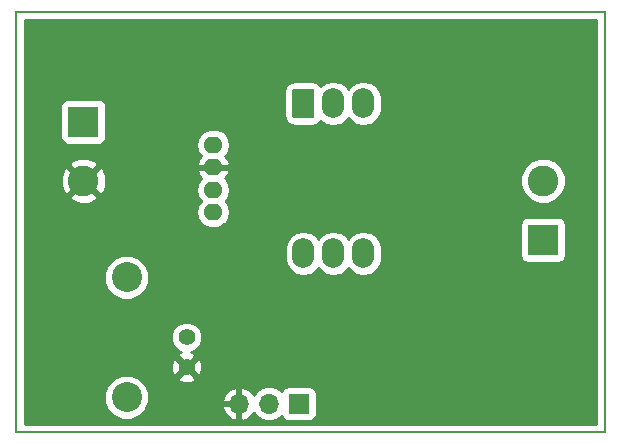
<source format=gbr>
G04 #@! TF.GenerationSoftware,KiCad,Pcbnew,(5.0.2)-1*
G04 #@! TF.CreationDate,2019-03-26T15:17:44-05:00*
G04 #@! TF.ProjectId,currentsense,63757272-656e-4747-9365-6e73652e6b69,rev?*
G04 #@! TF.SameCoordinates,Original*
G04 #@! TF.FileFunction,Copper,L2,Bot*
G04 #@! TF.FilePolarity,Positive*
%FSLAX46Y46*%
G04 Gerber Fmt 4.6, Leading zero omitted, Abs format (unit mm)*
G04 Created by KiCad (PCBNEW (5.0.2)-1) date 3/26/2019 3:17:44 PM*
%MOMM*%
%LPD*%
G01*
G04 APERTURE LIST*
G04 #@! TA.AperFunction,NonConductor*
%ADD10C,0.200000*%
G04 #@! TD*
G04 #@! TA.AperFunction,ComponentPad*
%ADD11C,2.540000*%
G04 #@! TD*
G04 #@! TA.AperFunction,ComponentPad*
%ADD12C,1.397000*%
G04 #@! TD*
G04 #@! TA.AperFunction,ComponentPad*
%ADD13C,2.600000*%
G04 #@! TD*
G04 #@! TA.AperFunction,ComponentPad*
%ADD14R,2.600000X2.600000*%
G04 #@! TD*
G04 #@! TA.AperFunction,ComponentPad*
%ADD15O,1.900000X2.500000*%
G04 #@! TD*
G04 #@! TA.AperFunction,Conductor*
%ADD16C,0.100000*%
G04 #@! TD*
G04 #@! TA.AperFunction,ComponentPad*
%ADD17C,1.900000*%
G04 #@! TD*
G04 #@! TA.AperFunction,ComponentPad*
%ADD18O,1.600000X1.400000*%
G04 #@! TD*
G04 #@! TA.AperFunction,ComponentPad*
%ADD19R,1.700000X1.700000*%
G04 #@! TD*
G04 #@! TA.AperFunction,ComponentPad*
%ADD20O,1.700000X1.700000*%
G04 #@! TD*
G04 #@! TA.AperFunction,Conductor*
%ADD21C,0.500000*%
G04 #@! TD*
G04 #@! TA.AperFunction,Conductor*
%ADD22C,0.254000*%
G04 #@! TD*
G04 APERTURE END LIST*
D10*
X158470600Y-57480200D02*
X108597700Y-57480200D01*
X158483300Y-93091000D02*
X158483300Y-57467500D01*
X108597700Y-93091000D02*
X158483300Y-93091000D01*
X108597700Y-57467500D02*
X108597700Y-93091000D01*
D11*
G04 #@! TO.P,J2,4*
G04 #@! TO.N,N/C*
X117957600Y-79971900D03*
G04 #@! TO.P,J2,3*
X117957600Y-90131900D03*
D12*
G04 #@! TO.P,J2,2*
G04 #@! TO.N,GND*
X123037600Y-87591900D03*
G04 #@! TO.P,J2,1*
G04 #@! TO.N,/SCOPE*
X123037600Y-85051900D03*
G04 #@! TD*
D13*
G04 #@! TO.P,J4,2*
G04 #@! TO.N,GND*
X114312700Y-71802000D03*
D14*
G04 #@! TO.P,J4,1*
G04 #@! TO.N,/5V*
X114312700Y-66802000D03*
G04 #@! TD*
D15*
G04 #@! TO.P,U1,5*
G04 #@! TO.N,Net-(R4-Pad2)*
X135458200Y-77952600D03*
G04 #@! TO.P,U1,6*
G04 #@! TO.N,Net-(R5-Pad2)*
X132918200Y-77952600D03*
G04 #@! TO.P,U1,4*
G04 #@! TO.N,/ISENSO*
X137998200Y-77952600D03*
G04 #@! TO.P,U1,3*
G04 #@! TO.N,Net-(R6-Pad1)*
X137998200Y-65252600D03*
D16*
G04 #@! TD*
G04 #@! TO.N,/ISENSEI*
G04 #@! TO.C,U1*
G36*
X133653979Y-64003744D02*
X133677034Y-64007163D01*
X133699643Y-64012827D01*
X133721587Y-64020679D01*
X133742657Y-64030644D01*
X133762648Y-64042626D01*
X133781368Y-64056510D01*
X133798638Y-64072162D01*
X133814290Y-64089432D01*
X133828174Y-64108152D01*
X133840156Y-64128143D01*
X133850121Y-64149213D01*
X133857973Y-64171157D01*
X133863637Y-64193766D01*
X133867056Y-64216821D01*
X133868200Y-64240100D01*
X133868200Y-66265100D01*
X133867056Y-66288379D01*
X133863637Y-66311434D01*
X133857973Y-66334043D01*
X133850121Y-66355987D01*
X133840156Y-66377057D01*
X133828174Y-66397048D01*
X133814290Y-66415768D01*
X133798638Y-66433038D01*
X133781368Y-66448690D01*
X133762648Y-66462574D01*
X133742657Y-66474556D01*
X133721587Y-66484521D01*
X133699643Y-66492373D01*
X133677034Y-66498037D01*
X133653979Y-66501456D01*
X133630700Y-66502600D01*
X132205700Y-66502600D01*
X132182421Y-66501456D01*
X132159366Y-66498037D01*
X132136757Y-66492373D01*
X132114813Y-66484521D01*
X132093743Y-66474556D01*
X132073752Y-66462574D01*
X132055032Y-66448690D01*
X132037762Y-66433038D01*
X132022110Y-66415768D01*
X132008226Y-66397048D01*
X131996244Y-66377057D01*
X131986279Y-66355987D01*
X131978427Y-66334043D01*
X131972763Y-66311434D01*
X131969344Y-66288379D01*
X131968200Y-66265100D01*
X131968200Y-64240100D01*
X131969344Y-64216821D01*
X131972763Y-64193766D01*
X131978427Y-64171157D01*
X131986279Y-64149213D01*
X131996244Y-64128143D01*
X132008226Y-64108152D01*
X132022110Y-64089432D01*
X132037762Y-64072162D01*
X132055032Y-64056510D01*
X132073752Y-64042626D01*
X132093743Y-64030644D01*
X132114813Y-64020679D01*
X132136757Y-64012827D01*
X132159366Y-64007163D01*
X132182421Y-64003744D01*
X132205700Y-64002600D01*
X133630700Y-64002600D01*
X133653979Y-64003744D01*
X133653979Y-64003744D01*
G37*
D17*
G04 #@! TO.P,U1,1*
G04 #@! TO.N,/ISENSEI*
X132918200Y-65252600D03*
D15*
G04 #@! TO.P,U1,2*
G04 #@! TO.N,Net-(R3-Pad1)*
X135458200Y-65252600D03*
D18*
G04 #@! TO.P,U1,8*
G04 #@! TO.N,/SCOPE*
X125298200Y-72555100D03*
G04 #@! TO.P,U1,9*
G04 #@! TO.N,GND*
X125298200Y-70650100D03*
G04 #@! TO.P,U1,10*
G04 #@! TO.N,/5V*
X125298200Y-68745100D03*
G04 #@! TO.P,U1,7*
G04 #@! TO.N,/REF*
X125298200Y-74460100D03*
G04 #@! TD*
D14*
G04 #@! TO.P,J3,1*
G04 #@! TO.N,/ISENSO*
X153225500Y-76796900D03*
D13*
G04 #@! TO.P,J3,2*
G04 #@! TO.N,/ISENSEI*
X153225500Y-71796900D03*
G04 #@! TD*
D19*
G04 #@! TO.P,J1,1*
G04 #@! TO.N,/REF*
X132549900Y-90678000D03*
D20*
G04 #@! TO.P,J1,2*
G04 #@! TO.N,/SCOPE*
X130009900Y-90678000D03*
G04 #@! TO.P,J1,3*
G04 #@! TO.N,GND*
X127469900Y-90678000D03*
G04 #@! TD*
D21*
G04 #@! TO.N,/SCOPE*
X125198200Y-72555100D02*
X125298200Y-72555100D01*
G04 #@! TD*
D22*
G04 #@! TO.N,GND*
G36*
X157748300Y-92356000D02*
X109332700Y-92356000D01*
X109332700Y-89752972D01*
X116052600Y-89752972D01*
X116052600Y-90510828D01*
X116342619Y-91210996D01*
X116878504Y-91746881D01*
X117578672Y-92036900D01*
X118336528Y-92036900D01*
X119036696Y-91746881D01*
X119572581Y-91210996D01*
X119645525Y-91034892D01*
X126028414Y-91034892D01*
X126274717Y-91559358D01*
X126702976Y-91949645D01*
X127113010Y-92119476D01*
X127342900Y-91998155D01*
X127342900Y-90805000D01*
X126149081Y-90805000D01*
X126028414Y-91034892D01*
X119645525Y-91034892D01*
X119862600Y-90510828D01*
X119862600Y-90321108D01*
X126028414Y-90321108D01*
X126149081Y-90551000D01*
X127342900Y-90551000D01*
X127342900Y-89357845D01*
X127596900Y-89357845D01*
X127596900Y-90551000D01*
X127616900Y-90551000D01*
X127616900Y-90805000D01*
X127596900Y-90805000D01*
X127596900Y-91998155D01*
X127826790Y-92119476D01*
X128236824Y-91949645D01*
X128665083Y-91559358D01*
X128726057Y-91429522D01*
X128939275Y-91748625D01*
X129430482Y-92076839D01*
X129863644Y-92163000D01*
X130156156Y-92163000D01*
X130589318Y-92076839D01*
X131080525Y-91748625D01*
X131092716Y-91730381D01*
X131101743Y-91775765D01*
X131242091Y-91985809D01*
X131452135Y-92126157D01*
X131699900Y-92175440D01*
X133399900Y-92175440D01*
X133647665Y-92126157D01*
X133857709Y-91985809D01*
X133998057Y-91775765D01*
X134047340Y-91528000D01*
X134047340Y-89828000D01*
X133998057Y-89580235D01*
X133857709Y-89370191D01*
X133647665Y-89229843D01*
X133399900Y-89180560D01*
X131699900Y-89180560D01*
X131452135Y-89229843D01*
X131242091Y-89370191D01*
X131101743Y-89580235D01*
X131092716Y-89625619D01*
X131080525Y-89607375D01*
X130589318Y-89279161D01*
X130156156Y-89193000D01*
X129863644Y-89193000D01*
X129430482Y-89279161D01*
X128939275Y-89607375D01*
X128726057Y-89926478D01*
X128665083Y-89796642D01*
X128236824Y-89406355D01*
X127826790Y-89236524D01*
X127596900Y-89357845D01*
X127342900Y-89357845D01*
X127113010Y-89236524D01*
X126702976Y-89406355D01*
X126274717Y-89796642D01*
X126028414Y-90321108D01*
X119862600Y-90321108D01*
X119862600Y-89752972D01*
X119572581Y-89052804D01*
X119045865Y-88526088D01*
X122283017Y-88526088D01*
X122344671Y-88761700D01*
X122845080Y-88937827D01*
X123374799Y-88909048D01*
X123730529Y-88761700D01*
X123792183Y-88526088D01*
X123037600Y-87771505D01*
X122283017Y-88526088D01*
X119045865Y-88526088D01*
X119036696Y-88516919D01*
X118336528Y-88226900D01*
X117578672Y-88226900D01*
X116878504Y-88516919D01*
X116342619Y-89052804D01*
X116052600Y-89752972D01*
X109332700Y-89752972D01*
X109332700Y-87399380D01*
X121691673Y-87399380D01*
X121720452Y-87929099D01*
X121867800Y-88284829D01*
X122103412Y-88346483D01*
X122857995Y-87591900D01*
X123217205Y-87591900D01*
X123971788Y-88346483D01*
X124207400Y-88284829D01*
X124383527Y-87784420D01*
X124354748Y-87254701D01*
X124207400Y-86898971D01*
X123971788Y-86837317D01*
X123217205Y-87591900D01*
X122857995Y-87591900D01*
X122103412Y-86837317D01*
X121867800Y-86898971D01*
X121691673Y-87399380D01*
X109332700Y-87399380D01*
X109332700Y-84786650D01*
X121704100Y-84786650D01*
X121704100Y-85317150D01*
X121907113Y-85807267D01*
X122282233Y-86182387D01*
X122602811Y-86315175D01*
X122344671Y-86422100D01*
X122283017Y-86657712D01*
X123037600Y-87412295D01*
X123792183Y-86657712D01*
X123730529Y-86422100D01*
X123451416Y-86323862D01*
X123792967Y-86182387D01*
X124168087Y-85807267D01*
X124371100Y-85317150D01*
X124371100Y-84786650D01*
X124168087Y-84296533D01*
X123792967Y-83921413D01*
X123302850Y-83718400D01*
X122772350Y-83718400D01*
X122282233Y-83921413D01*
X121907113Y-84296533D01*
X121704100Y-84786650D01*
X109332700Y-84786650D01*
X109332700Y-79592972D01*
X116052600Y-79592972D01*
X116052600Y-80350828D01*
X116342619Y-81050996D01*
X116878504Y-81586881D01*
X117578672Y-81876900D01*
X118336528Y-81876900D01*
X119036696Y-81586881D01*
X119572581Y-81050996D01*
X119862600Y-80350828D01*
X119862600Y-79592972D01*
X119572581Y-78892804D01*
X119036696Y-78356919D01*
X118336528Y-78066900D01*
X117578672Y-78066900D01*
X116878504Y-78356919D01*
X116342619Y-78892804D01*
X116052600Y-79592972D01*
X109332700Y-79592972D01*
X109332700Y-77496498D01*
X131333200Y-77496498D01*
X131333200Y-78408703D01*
X131425164Y-78871036D01*
X131775479Y-79395321D01*
X132299765Y-79745636D01*
X132918200Y-79868651D01*
X133536636Y-79745636D01*
X134060921Y-79395321D01*
X134188200Y-79204834D01*
X134315479Y-79395321D01*
X134839765Y-79745636D01*
X135458200Y-79868651D01*
X136076636Y-79745636D01*
X136600921Y-79395321D01*
X136728200Y-79204834D01*
X136855479Y-79395321D01*
X137379765Y-79745636D01*
X137998200Y-79868651D01*
X138616636Y-79745636D01*
X139140921Y-79395321D01*
X139491236Y-78871036D01*
X139583200Y-78408702D01*
X139583200Y-77496497D01*
X139491236Y-77034164D01*
X139140921Y-76509879D01*
X138616635Y-76159564D01*
X137998200Y-76036549D01*
X137379764Y-76159564D01*
X136855479Y-76509879D01*
X136728200Y-76700366D01*
X136600921Y-76509879D01*
X136076635Y-76159564D01*
X135458200Y-76036549D01*
X134839764Y-76159564D01*
X134315479Y-76509879D01*
X134188200Y-76700366D01*
X134060921Y-76509879D01*
X133536635Y-76159564D01*
X132918200Y-76036549D01*
X132299764Y-76159564D01*
X131775479Y-76509879D01*
X131425164Y-77034165D01*
X131333200Y-77496498D01*
X109332700Y-77496498D01*
X109332700Y-73171459D01*
X113122846Y-73171459D01*
X113258204Y-73469455D01*
X113976580Y-73746066D01*
X114746127Y-73726710D01*
X115367196Y-73469455D01*
X115502554Y-73171459D01*
X114312700Y-71981605D01*
X113122846Y-73171459D01*
X109332700Y-73171459D01*
X109332700Y-71465880D01*
X112368634Y-71465880D01*
X112387990Y-72235427D01*
X112645245Y-72856496D01*
X112943241Y-72991854D01*
X114133095Y-71802000D01*
X114492305Y-71802000D01*
X115682159Y-72991854D01*
X115980155Y-72856496D01*
X116096207Y-72555100D01*
X123837046Y-72555100D01*
X123940658Y-73075991D01*
X124229050Y-73507600D01*
X123940658Y-73939209D01*
X123837046Y-74460100D01*
X123940658Y-74980991D01*
X124235719Y-75422581D01*
X124677309Y-75717642D01*
X125066715Y-75795100D01*
X125529685Y-75795100D01*
X125919091Y-75717642D01*
X126249454Y-75496900D01*
X151278060Y-75496900D01*
X151278060Y-78096900D01*
X151327343Y-78344665D01*
X151467691Y-78554709D01*
X151677735Y-78695057D01*
X151925500Y-78744340D01*
X154525500Y-78744340D01*
X154773265Y-78695057D01*
X154983309Y-78554709D01*
X155123657Y-78344665D01*
X155172940Y-78096900D01*
X155172940Y-75496900D01*
X155123657Y-75249135D01*
X154983309Y-75039091D01*
X154773265Y-74898743D01*
X154525500Y-74849460D01*
X151925500Y-74849460D01*
X151677735Y-74898743D01*
X151467691Y-75039091D01*
X151327343Y-75249135D01*
X151278060Y-75496900D01*
X126249454Y-75496900D01*
X126360681Y-75422581D01*
X126655742Y-74980991D01*
X126759354Y-74460100D01*
X126655742Y-73939209D01*
X126367350Y-73507600D01*
X126655742Y-73075991D01*
X126759354Y-72555100D01*
X126655742Y-72034209D01*
X126360681Y-71592619D01*
X126328195Y-71570912D01*
X126493070Y-71412195D01*
X126493157Y-71412005D01*
X151290500Y-71412005D01*
X151290500Y-72181795D01*
X151585086Y-72892990D01*
X152129410Y-73437314D01*
X152840605Y-73731900D01*
X153610395Y-73731900D01*
X154321590Y-73437314D01*
X154865914Y-72892990D01*
X155160500Y-72181795D01*
X155160500Y-71412005D01*
X154865914Y-70700810D01*
X154321590Y-70156486D01*
X153610395Y-69861900D01*
X152840605Y-69861900D01*
X152129410Y-70156486D01*
X151585086Y-70700810D01*
X151290500Y-71412005D01*
X126493157Y-71412005D01*
X126690916Y-70983429D01*
X126567574Y-70777100D01*
X125425200Y-70777100D01*
X125425200Y-70797100D01*
X125171200Y-70797100D01*
X125171200Y-70777100D01*
X124028826Y-70777100D01*
X123905484Y-70983429D01*
X124103330Y-71412195D01*
X124268205Y-71570912D01*
X124235719Y-71592619D01*
X123940658Y-72034209D01*
X123837046Y-72555100D01*
X116096207Y-72555100D01*
X116256766Y-72138120D01*
X116237410Y-71368573D01*
X115980155Y-70747504D01*
X115682159Y-70612146D01*
X114492305Y-71802000D01*
X114133095Y-71802000D01*
X112943241Y-70612146D01*
X112645245Y-70747504D01*
X112368634Y-71465880D01*
X109332700Y-71465880D01*
X109332700Y-70432541D01*
X113122846Y-70432541D01*
X114312700Y-71622395D01*
X115502554Y-70432541D01*
X115367196Y-70134545D01*
X114648820Y-69857934D01*
X113879273Y-69877290D01*
X113258204Y-70134545D01*
X113122846Y-70432541D01*
X109332700Y-70432541D01*
X109332700Y-65502000D01*
X112365260Y-65502000D01*
X112365260Y-68102000D01*
X112414543Y-68349765D01*
X112554891Y-68559809D01*
X112764935Y-68700157D01*
X113012700Y-68749440D01*
X115612700Y-68749440D01*
X115634518Y-68745100D01*
X123837046Y-68745100D01*
X123940658Y-69265991D01*
X124235719Y-69707581D01*
X124268205Y-69729288D01*
X124103330Y-69888005D01*
X123905484Y-70316771D01*
X124028826Y-70523100D01*
X125171200Y-70523100D01*
X125171200Y-70503100D01*
X125425200Y-70503100D01*
X125425200Y-70523100D01*
X126567574Y-70523100D01*
X126690916Y-70316771D01*
X126493070Y-69888005D01*
X126328195Y-69729288D01*
X126360681Y-69707581D01*
X126655742Y-69265991D01*
X126759354Y-68745100D01*
X126655742Y-68224209D01*
X126360681Y-67782619D01*
X125919091Y-67487558D01*
X125529685Y-67410100D01*
X125066715Y-67410100D01*
X124677309Y-67487558D01*
X124235719Y-67782619D01*
X123940658Y-68224209D01*
X123837046Y-68745100D01*
X115634518Y-68745100D01*
X115860465Y-68700157D01*
X116070509Y-68559809D01*
X116210857Y-68349765D01*
X116260140Y-68102000D01*
X116260140Y-65502000D01*
X116210857Y-65254235D01*
X116070509Y-65044191D01*
X115860465Y-64903843D01*
X115612700Y-64854560D01*
X113012700Y-64854560D01*
X112764935Y-64903843D01*
X112554891Y-65044191D01*
X112414543Y-65254235D01*
X112365260Y-65502000D01*
X109332700Y-65502000D01*
X109332700Y-64240100D01*
X131320760Y-64240100D01*
X131320760Y-66265100D01*
X131388122Y-66603752D01*
X131579953Y-66890847D01*
X131867048Y-67082678D01*
X132205700Y-67150040D01*
X133630700Y-67150040D01*
X133969352Y-67082678D01*
X134256447Y-66890847D01*
X134364989Y-66728402D01*
X134839765Y-67045636D01*
X135458200Y-67168651D01*
X136076636Y-67045636D01*
X136600921Y-66695321D01*
X136728200Y-66504834D01*
X136855479Y-66695321D01*
X137379765Y-67045636D01*
X137998200Y-67168651D01*
X138616636Y-67045636D01*
X139140921Y-66695321D01*
X139491236Y-66171036D01*
X139583200Y-65708702D01*
X139583200Y-64796497D01*
X139491236Y-64334164D01*
X139140921Y-63809879D01*
X138616635Y-63459564D01*
X137998200Y-63336549D01*
X137379764Y-63459564D01*
X136855479Y-63809879D01*
X136728200Y-64000366D01*
X136600921Y-63809879D01*
X136076635Y-63459564D01*
X135458200Y-63336549D01*
X134839764Y-63459564D01*
X134364989Y-63776798D01*
X134256447Y-63614353D01*
X133969352Y-63422522D01*
X133630700Y-63355160D01*
X132205700Y-63355160D01*
X131867048Y-63422522D01*
X131579953Y-63614353D01*
X131388122Y-63901448D01*
X131320760Y-64240100D01*
X109332700Y-64240100D01*
X109332700Y-58215200D01*
X157748301Y-58215200D01*
X157748300Y-92356000D01*
X157748300Y-92356000D01*
G37*
X157748300Y-92356000D02*
X109332700Y-92356000D01*
X109332700Y-89752972D01*
X116052600Y-89752972D01*
X116052600Y-90510828D01*
X116342619Y-91210996D01*
X116878504Y-91746881D01*
X117578672Y-92036900D01*
X118336528Y-92036900D01*
X119036696Y-91746881D01*
X119572581Y-91210996D01*
X119645525Y-91034892D01*
X126028414Y-91034892D01*
X126274717Y-91559358D01*
X126702976Y-91949645D01*
X127113010Y-92119476D01*
X127342900Y-91998155D01*
X127342900Y-90805000D01*
X126149081Y-90805000D01*
X126028414Y-91034892D01*
X119645525Y-91034892D01*
X119862600Y-90510828D01*
X119862600Y-90321108D01*
X126028414Y-90321108D01*
X126149081Y-90551000D01*
X127342900Y-90551000D01*
X127342900Y-89357845D01*
X127596900Y-89357845D01*
X127596900Y-90551000D01*
X127616900Y-90551000D01*
X127616900Y-90805000D01*
X127596900Y-90805000D01*
X127596900Y-91998155D01*
X127826790Y-92119476D01*
X128236824Y-91949645D01*
X128665083Y-91559358D01*
X128726057Y-91429522D01*
X128939275Y-91748625D01*
X129430482Y-92076839D01*
X129863644Y-92163000D01*
X130156156Y-92163000D01*
X130589318Y-92076839D01*
X131080525Y-91748625D01*
X131092716Y-91730381D01*
X131101743Y-91775765D01*
X131242091Y-91985809D01*
X131452135Y-92126157D01*
X131699900Y-92175440D01*
X133399900Y-92175440D01*
X133647665Y-92126157D01*
X133857709Y-91985809D01*
X133998057Y-91775765D01*
X134047340Y-91528000D01*
X134047340Y-89828000D01*
X133998057Y-89580235D01*
X133857709Y-89370191D01*
X133647665Y-89229843D01*
X133399900Y-89180560D01*
X131699900Y-89180560D01*
X131452135Y-89229843D01*
X131242091Y-89370191D01*
X131101743Y-89580235D01*
X131092716Y-89625619D01*
X131080525Y-89607375D01*
X130589318Y-89279161D01*
X130156156Y-89193000D01*
X129863644Y-89193000D01*
X129430482Y-89279161D01*
X128939275Y-89607375D01*
X128726057Y-89926478D01*
X128665083Y-89796642D01*
X128236824Y-89406355D01*
X127826790Y-89236524D01*
X127596900Y-89357845D01*
X127342900Y-89357845D01*
X127113010Y-89236524D01*
X126702976Y-89406355D01*
X126274717Y-89796642D01*
X126028414Y-90321108D01*
X119862600Y-90321108D01*
X119862600Y-89752972D01*
X119572581Y-89052804D01*
X119045865Y-88526088D01*
X122283017Y-88526088D01*
X122344671Y-88761700D01*
X122845080Y-88937827D01*
X123374799Y-88909048D01*
X123730529Y-88761700D01*
X123792183Y-88526088D01*
X123037600Y-87771505D01*
X122283017Y-88526088D01*
X119045865Y-88526088D01*
X119036696Y-88516919D01*
X118336528Y-88226900D01*
X117578672Y-88226900D01*
X116878504Y-88516919D01*
X116342619Y-89052804D01*
X116052600Y-89752972D01*
X109332700Y-89752972D01*
X109332700Y-87399380D01*
X121691673Y-87399380D01*
X121720452Y-87929099D01*
X121867800Y-88284829D01*
X122103412Y-88346483D01*
X122857995Y-87591900D01*
X123217205Y-87591900D01*
X123971788Y-88346483D01*
X124207400Y-88284829D01*
X124383527Y-87784420D01*
X124354748Y-87254701D01*
X124207400Y-86898971D01*
X123971788Y-86837317D01*
X123217205Y-87591900D01*
X122857995Y-87591900D01*
X122103412Y-86837317D01*
X121867800Y-86898971D01*
X121691673Y-87399380D01*
X109332700Y-87399380D01*
X109332700Y-84786650D01*
X121704100Y-84786650D01*
X121704100Y-85317150D01*
X121907113Y-85807267D01*
X122282233Y-86182387D01*
X122602811Y-86315175D01*
X122344671Y-86422100D01*
X122283017Y-86657712D01*
X123037600Y-87412295D01*
X123792183Y-86657712D01*
X123730529Y-86422100D01*
X123451416Y-86323862D01*
X123792967Y-86182387D01*
X124168087Y-85807267D01*
X124371100Y-85317150D01*
X124371100Y-84786650D01*
X124168087Y-84296533D01*
X123792967Y-83921413D01*
X123302850Y-83718400D01*
X122772350Y-83718400D01*
X122282233Y-83921413D01*
X121907113Y-84296533D01*
X121704100Y-84786650D01*
X109332700Y-84786650D01*
X109332700Y-79592972D01*
X116052600Y-79592972D01*
X116052600Y-80350828D01*
X116342619Y-81050996D01*
X116878504Y-81586881D01*
X117578672Y-81876900D01*
X118336528Y-81876900D01*
X119036696Y-81586881D01*
X119572581Y-81050996D01*
X119862600Y-80350828D01*
X119862600Y-79592972D01*
X119572581Y-78892804D01*
X119036696Y-78356919D01*
X118336528Y-78066900D01*
X117578672Y-78066900D01*
X116878504Y-78356919D01*
X116342619Y-78892804D01*
X116052600Y-79592972D01*
X109332700Y-79592972D01*
X109332700Y-77496498D01*
X131333200Y-77496498D01*
X131333200Y-78408703D01*
X131425164Y-78871036D01*
X131775479Y-79395321D01*
X132299765Y-79745636D01*
X132918200Y-79868651D01*
X133536636Y-79745636D01*
X134060921Y-79395321D01*
X134188200Y-79204834D01*
X134315479Y-79395321D01*
X134839765Y-79745636D01*
X135458200Y-79868651D01*
X136076636Y-79745636D01*
X136600921Y-79395321D01*
X136728200Y-79204834D01*
X136855479Y-79395321D01*
X137379765Y-79745636D01*
X137998200Y-79868651D01*
X138616636Y-79745636D01*
X139140921Y-79395321D01*
X139491236Y-78871036D01*
X139583200Y-78408702D01*
X139583200Y-77496497D01*
X139491236Y-77034164D01*
X139140921Y-76509879D01*
X138616635Y-76159564D01*
X137998200Y-76036549D01*
X137379764Y-76159564D01*
X136855479Y-76509879D01*
X136728200Y-76700366D01*
X136600921Y-76509879D01*
X136076635Y-76159564D01*
X135458200Y-76036549D01*
X134839764Y-76159564D01*
X134315479Y-76509879D01*
X134188200Y-76700366D01*
X134060921Y-76509879D01*
X133536635Y-76159564D01*
X132918200Y-76036549D01*
X132299764Y-76159564D01*
X131775479Y-76509879D01*
X131425164Y-77034165D01*
X131333200Y-77496498D01*
X109332700Y-77496498D01*
X109332700Y-73171459D01*
X113122846Y-73171459D01*
X113258204Y-73469455D01*
X113976580Y-73746066D01*
X114746127Y-73726710D01*
X115367196Y-73469455D01*
X115502554Y-73171459D01*
X114312700Y-71981605D01*
X113122846Y-73171459D01*
X109332700Y-73171459D01*
X109332700Y-71465880D01*
X112368634Y-71465880D01*
X112387990Y-72235427D01*
X112645245Y-72856496D01*
X112943241Y-72991854D01*
X114133095Y-71802000D01*
X114492305Y-71802000D01*
X115682159Y-72991854D01*
X115980155Y-72856496D01*
X116096207Y-72555100D01*
X123837046Y-72555100D01*
X123940658Y-73075991D01*
X124229050Y-73507600D01*
X123940658Y-73939209D01*
X123837046Y-74460100D01*
X123940658Y-74980991D01*
X124235719Y-75422581D01*
X124677309Y-75717642D01*
X125066715Y-75795100D01*
X125529685Y-75795100D01*
X125919091Y-75717642D01*
X126249454Y-75496900D01*
X151278060Y-75496900D01*
X151278060Y-78096900D01*
X151327343Y-78344665D01*
X151467691Y-78554709D01*
X151677735Y-78695057D01*
X151925500Y-78744340D01*
X154525500Y-78744340D01*
X154773265Y-78695057D01*
X154983309Y-78554709D01*
X155123657Y-78344665D01*
X155172940Y-78096900D01*
X155172940Y-75496900D01*
X155123657Y-75249135D01*
X154983309Y-75039091D01*
X154773265Y-74898743D01*
X154525500Y-74849460D01*
X151925500Y-74849460D01*
X151677735Y-74898743D01*
X151467691Y-75039091D01*
X151327343Y-75249135D01*
X151278060Y-75496900D01*
X126249454Y-75496900D01*
X126360681Y-75422581D01*
X126655742Y-74980991D01*
X126759354Y-74460100D01*
X126655742Y-73939209D01*
X126367350Y-73507600D01*
X126655742Y-73075991D01*
X126759354Y-72555100D01*
X126655742Y-72034209D01*
X126360681Y-71592619D01*
X126328195Y-71570912D01*
X126493070Y-71412195D01*
X126493157Y-71412005D01*
X151290500Y-71412005D01*
X151290500Y-72181795D01*
X151585086Y-72892990D01*
X152129410Y-73437314D01*
X152840605Y-73731900D01*
X153610395Y-73731900D01*
X154321590Y-73437314D01*
X154865914Y-72892990D01*
X155160500Y-72181795D01*
X155160500Y-71412005D01*
X154865914Y-70700810D01*
X154321590Y-70156486D01*
X153610395Y-69861900D01*
X152840605Y-69861900D01*
X152129410Y-70156486D01*
X151585086Y-70700810D01*
X151290500Y-71412005D01*
X126493157Y-71412005D01*
X126690916Y-70983429D01*
X126567574Y-70777100D01*
X125425200Y-70777100D01*
X125425200Y-70797100D01*
X125171200Y-70797100D01*
X125171200Y-70777100D01*
X124028826Y-70777100D01*
X123905484Y-70983429D01*
X124103330Y-71412195D01*
X124268205Y-71570912D01*
X124235719Y-71592619D01*
X123940658Y-72034209D01*
X123837046Y-72555100D01*
X116096207Y-72555100D01*
X116256766Y-72138120D01*
X116237410Y-71368573D01*
X115980155Y-70747504D01*
X115682159Y-70612146D01*
X114492305Y-71802000D01*
X114133095Y-71802000D01*
X112943241Y-70612146D01*
X112645245Y-70747504D01*
X112368634Y-71465880D01*
X109332700Y-71465880D01*
X109332700Y-70432541D01*
X113122846Y-70432541D01*
X114312700Y-71622395D01*
X115502554Y-70432541D01*
X115367196Y-70134545D01*
X114648820Y-69857934D01*
X113879273Y-69877290D01*
X113258204Y-70134545D01*
X113122846Y-70432541D01*
X109332700Y-70432541D01*
X109332700Y-65502000D01*
X112365260Y-65502000D01*
X112365260Y-68102000D01*
X112414543Y-68349765D01*
X112554891Y-68559809D01*
X112764935Y-68700157D01*
X113012700Y-68749440D01*
X115612700Y-68749440D01*
X115634518Y-68745100D01*
X123837046Y-68745100D01*
X123940658Y-69265991D01*
X124235719Y-69707581D01*
X124268205Y-69729288D01*
X124103330Y-69888005D01*
X123905484Y-70316771D01*
X124028826Y-70523100D01*
X125171200Y-70523100D01*
X125171200Y-70503100D01*
X125425200Y-70503100D01*
X125425200Y-70523100D01*
X126567574Y-70523100D01*
X126690916Y-70316771D01*
X126493070Y-69888005D01*
X126328195Y-69729288D01*
X126360681Y-69707581D01*
X126655742Y-69265991D01*
X126759354Y-68745100D01*
X126655742Y-68224209D01*
X126360681Y-67782619D01*
X125919091Y-67487558D01*
X125529685Y-67410100D01*
X125066715Y-67410100D01*
X124677309Y-67487558D01*
X124235719Y-67782619D01*
X123940658Y-68224209D01*
X123837046Y-68745100D01*
X115634518Y-68745100D01*
X115860465Y-68700157D01*
X116070509Y-68559809D01*
X116210857Y-68349765D01*
X116260140Y-68102000D01*
X116260140Y-65502000D01*
X116210857Y-65254235D01*
X116070509Y-65044191D01*
X115860465Y-64903843D01*
X115612700Y-64854560D01*
X113012700Y-64854560D01*
X112764935Y-64903843D01*
X112554891Y-65044191D01*
X112414543Y-65254235D01*
X112365260Y-65502000D01*
X109332700Y-65502000D01*
X109332700Y-64240100D01*
X131320760Y-64240100D01*
X131320760Y-66265100D01*
X131388122Y-66603752D01*
X131579953Y-66890847D01*
X131867048Y-67082678D01*
X132205700Y-67150040D01*
X133630700Y-67150040D01*
X133969352Y-67082678D01*
X134256447Y-66890847D01*
X134364989Y-66728402D01*
X134839765Y-67045636D01*
X135458200Y-67168651D01*
X136076636Y-67045636D01*
X136600921Y-66695321D01*
X136728200Y-66504834D01*
X136855479Y-66695321D01*
X137379765Y-67045636D01*
X137998200Y-67168651D01*
X138616636Y-67045636D01*
X139140921Y-66695321D01*
X139491236Y-66171036D01*
X139583200Y-65708702D01*
X139583200Y-64796497D01*
X139491236Y-64334164D01*
X139140921Y-63809879D01*
X138616635Y-63459564D01*
X137998200Y-63336549D01*
X137379764Y-63459564D01*
X136855479Y-63809879D01*
X136728200Y-64000366D01*
X136600921Y-63809879D01*
X136076635Y-63459564D01*
X135458200Y-63336549D01*
X134839764Y-63459564D01*
X134364989Y-63776798D01*
X134256447Y-63614353D01*
X133969352Y-63422522D01*
X133630700Y-63355160D01*
X132205700Y-63355160D01*
X131867048Y-63422522D01*
X131579953Y-63614353D01*
X131388122Y-63901448D01*
X131320760Y-64240100D01*
X109332700Y-64240100D01*
X109332700Y-58215200D01*
X157748301Y-58215200D01*
X157748300Y-92356000D01*
G04 #@! TD*
M02*

</source>
